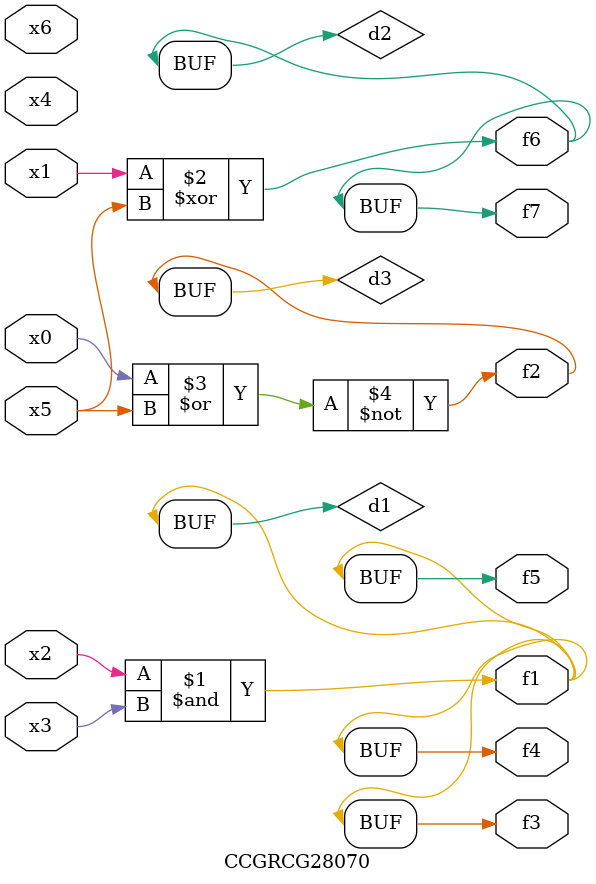
<source format=v>
module CCGRCG28070(
	input x0, x1, x2, x3, x4, x5, x6,
	output f1, f2, f3, f4, f5, f6, f7
);

	wire d1, d2, d3;

	and (d1, x2, x3);
	xor (d2, x1, x5);
	nor (d3, x0, x5);
	assign f1 = d1;
	assign f2 = d3;
	assign f3 = d1;
	assign f4 = d1;
	assign f5 = d1;
	assign f6 = d2;
	assign f7 = d2;
endmodule

</source>
